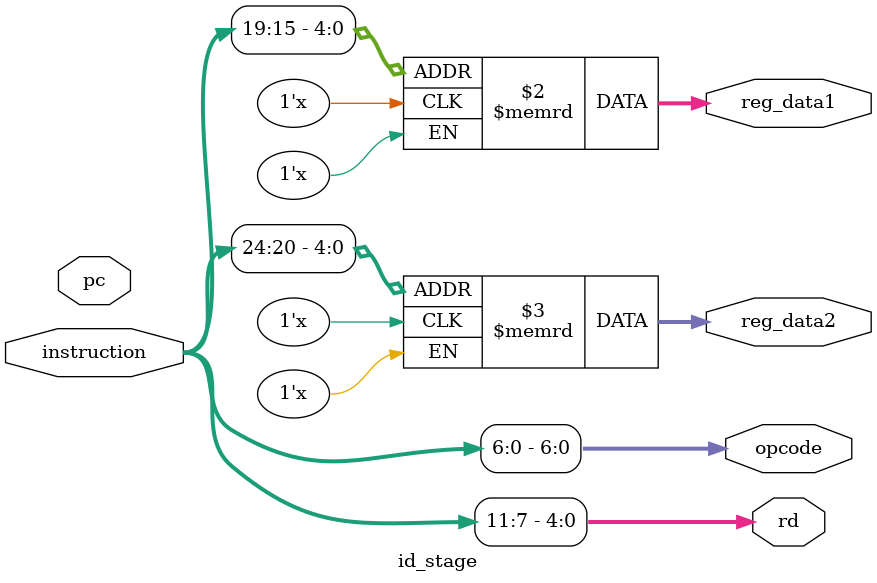
<source format=v>
module id_stage(
    input [31:0] instruction, 
    input [31:0] pc,
    output reg [31:0] reg_data1,
    output reg [31:0] reg_data2,
    output reg [4:0] rd,
    output reg [6:0] opcode
);
    reg [31:0] registers [31:0]; // 32 registers

    always @(instruction) begin
        rd = instruction[11:7];  // Extract rd field
        reg_data1 = registers[instruction[19:15]];  // Read reg1
        reg_data2 = registers[instruction[24:20]];  // Read reg2
        opcode = instruction[6:0];  // Extract opcode
    end
endmodule

</source>
